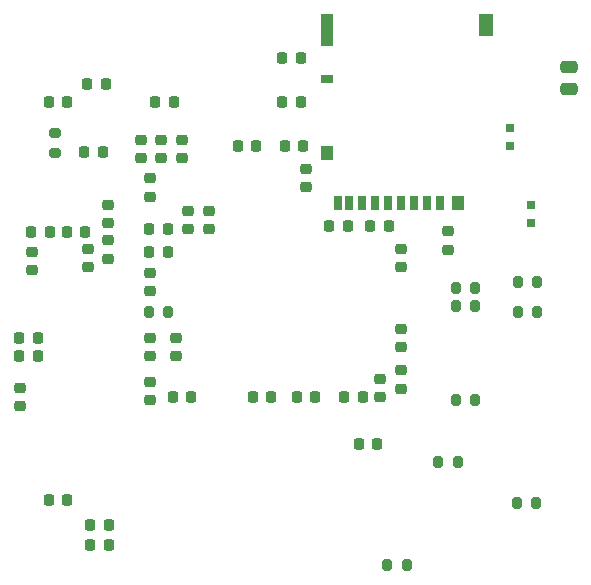
<source format=gbp>
%TF.GenerationSoftware,KiCad,Pcbnew,9.0.1-9.0.1-0~ubuntu24.04.1*%
%TF.CreationDate,2025-06-01T23:52:21-05:00*%
%TF.ProjectId,FC,46432e6b-6963-4616-945f-706362585858,rev?*%
%TF.SameCoordinates,Original*%
%TF.FileFunction,Paste,Bot*%
%TF.FilePolarity,Positive*%
%FSLAX46Y46*%
G04 Gerber Fmt 4.6, Leading zero omitted, Abs format (unit mm)*
G04 Created by KiCad (PCBNEW 9.0.1-9.0.1-0~ubuntu24.04.1) date 2025-06-01 23:52:21*
%MOMM*%
%LPD*%
G01*
G04 APERTURE LIST*
G04 Aperture macros list*
%AMRoundRect*
0 Rectangle with rounded corners*
0 $1 Rounding radius*
0 $2 $3 $4 $5 $6 $7 $8 $9 X,Y pos of 4 corners*
0 Add a 4 corners polygon primitive as box body*
4,1,4,$2,$3,$4,$5,$6,$7,$8,$9,$2,$3,0*
0 Add four circle primitives for the rounded corners*
1,1,$1+$1,$2,$3*
1,1,$1+$1,$4,$5*
1,1,$1+$1,$6,$7*
1,1,$1+$1,$8,$9*
0 Add four rect primitives between the rounded corners*
20,1,$1+$1,$2,$3,$4,$5,0*
20,1,$1+$1,$4,$5,$6,$7,0*
20,1,$1+$1,$6,$7,$8,$9,0*
20,1,$1+$1,$8,$9,$2,$3,0*%
G04 Aperture macros list end*
%ADD10RoundRect,0.225000X-0.225000X-0.250000X0.225000X-0.250000X0.225000X0.250000X-0.225000X0.250000X0*%
%ADD11RoundRect,0.218750X-0.218750X-0.256250X0.218750X-0.256250X0.218750X0.256250X-0.218750X0.256250X0*%
%ADD12RoundRect,0.225000X-0.250000X0.225000X-0.250000X-0.225000X0.250000X-0.225000X0.250000X0.225000X0*%
%ADD13RoundRect,0.225000X0.250000X-0.225000X0.250000X0.225000X-0.250000X0.225000X-0.250000X-0.225000X0*%
%ADD14RoundRect,0.225000X0.225000X0.250000X-0.225000X0.250000X-0.225000X-0.250000X0.225000X-0.250000X0*%
%ADD15R,0.685800X0.711200*%
%ADD16RoundRect,0.200000X-0.200000X-0.275000X0.200000X-0.275000X0.200000X0.275000X-0.200000X0.275000X0*%
%ADD17RoundRect,0.200000X0.200000X0.275000X-0.200000X0.275000X-0.200000X-0.275000X0.200000X-0.275000X0*%
%ADD18R,0.700000X1.200000*%
%ADD19R,1.000000X1.200000*%
%ADD20R,1.000000X2.800000*%
%ADD21R,1.300000X1.900000*%
%ADD22R,1.000000X0.800000*%
%ADD23RoundRect,0.250000X-0.475000X0.250000X-0.475000X-0.250000X0.475000X-0.250000X0.475000X0.250000X0*%
%ADD24RoundRect,0.200000X0.275000X-0.200000X0.275000X0.200000X-0.275000X0.200000X-0.275000X-0.200000X0*%
G04 APERTURE END LIST*
D10*
%TO.C,C49*%
X154450000Y-58000000D03*
X156000000Y-58000000D03*
%TD*%
%TO.C,C47*%
X157725000Y-56500000D03*
X159275000Y-56500000D03*
%TD*%
%TO.C,C18*%
X181700000Y-68500000D03*
X183250000Y-68500000D03*
%TD*%
%TO.C,C3*%
X157975000Y-93800000D03*
X159525000Y-93800000D03*
%TD*%
D11*
%TO.C,L1*%
X162962500Y-68750000D03*
X164537500Y-68750000D03*
%TD*%
D12*
%TO.C,C21*%
X184250000Y-80725000D03*
X184250000Y-82275000D03*
%TD*%
%TO.C,C44*%
X168000000Y-67225000D03*
X168000000Y-68775000D03*
%TD*%
D10*
%TO.C,C23*%
X175475000Y-83000000D03*
X177025000Y-83000000D03*
%TD*%
D13*
%TO.C,C46*%
X162250000Y-62775000D03*
X162250000Y-61225000D03*
%TD*%
D14*
%TO.C,C32*%
X179775000Y-68500000D03*
X178225000Y-68500000D03*
%TD*%
D10*
%TO.C,C2*%
X157975000Y-95550000D03*
X159525000Y-95550000D03*
%TD*%
D14*
%TO.C,C40*%
X181025000Y-83000000D03*
X179475000Y-83000000D03*
%TD*%
D13*
%TO.C,C26*%
X163000000Y-83275000D03*
X163000000Y-81725000D03*
%TD*%
D12*
%TO.C,C27*%
X163000000Y-72475000D03*
X163000000Y-74025000D03*
%TD*%
D15*
%TO.C,U7*%
X195250000Y-66751400D03*
X195250000Y-68250000D03*
%TD*%
D10*
%TO.C,C24*%
X171725000Y-83000000D03*
X173275000Y-83000000D03*
%TD*%
D13*
%TO.C,C14*%
X165750000Y-62775000D03*
X165750000Y-61225000D03*
%TD*%
%TO.C,C7*%
X157750000Y-72000000D03*
X157750000Y-70450000D03*
%TD*%
D16*
%TO.C,R2*%
X188925000Y-75250000D03*
X190575000Y-75250000D03*
%TD*%
D13*
%TO.C,C19*%
X184250000Y-72000000D03*
X184250000Y-70450000D03*
%TD*%
D12*
%TO.C,C37*%
X165250000Y-77975000D03*
X165250000Y-79525000D03*
%TD*%
%TO.C,C45*%
X166250000Y-67225000D03*
X166250000Y-68775000D03*
%TD*%
D17*
%TO.C,R7*%
X164575000Y-75750000D03*
X162925000Y-75750000D03*
%TD*%
%TO.C,R4*%
X195825000Y-75760000D03*
X194175000Y-75760000D03*
%TD*%
D14*
%TO.C,C15*%
X172025000Y-61750000D03*
X170475000Y-61750000D03*
%TD*%
D16*
%TO.C,R6*%
X187425000Y-88500000D03*
X189075000Y-88500000D03*
%TD*%
D17*
%TO.C,R5*%
X184750000Y-97250000D03*
X183100000Y-97250000D03*
%TD*%
D10*
%TO.C,C17*%
X174225000Y-54250000D03*
X175775000Y-54250000D03*
%TD*%
%TO.C,C42*%
X163475000Y-58000000D03*
X165025000Y-58000000D03*
%TD*%
D12*
%TO.C,C38*%
X163000000Y-77975000D03*
X163000000Y-79525000D03*
%TD*%
D14*
%TO.C,C43*%
X164525000Y-70750000D03*
X162975000Y-70750000D03*
%TD*%
%TO.C,C9*%
X153525000Y-78000000D03*
X151975000Y-78000000D03*
%TD*%
D18*
%TO.C,J2*%
X187600000Y-66600000D03*
X186500000Y-66600000D03*
X185400000Y-66600000D03*
X184300000Y-66600000D03*
X183200000Y-66600000D03*
X182100000Y-66600000D03*
X181000000Y-66600000D03*
X179900000Y-66600000D03*
D19*
X178000000Y-62300000D03*
D20*
X178000000Y-51950000D03*
D21*
X191500000Y-51500000D03*
D19*
X189150000Y-66600000D03*
D22*
X178000000Y-56100000D03*
D18*
X178950000Y-66600000D03*
%TD*%
D10*
%TO.C,C25*%
X164975000Y-83000000D03*
X166525000Y-83000000D03*
%TD*%
%TO.C,C13*%
X157475000Y-62250000D03*
X159025000Y-62250000D03*
%TD*%
D13*
%TO.C,C39*%
X188250000Y-70525000D03*
X188250000Y-68975000D03*
%TD*%
D16*
%TO.C,R9*%
X194100000Y-92000000D03*
X195750000Y-92000000D03*
%TD*%
D12*
%TO.C,C34*%
X176250000Y-63700000D03*
X176250000Y-65250000D03*
%TD*%
D10*
%TO.C,C5*%
X152975000Y-69000000D03*
X154525000Y-69000000D03*
%TD*%
D14*
%TO.C,C4*%
X157525000Y-69000000D03*
X155975000Y-69000000D03*
%TD*%
D13*
%TO.C,C35*%
X164000000Y-62775000D03*
X164000000Y-61225000D03*
%TD*%
D10*
%TO.C,C1*%
X154475000Y-91750000D03*
X156025000Y-91750000D03*
%TD*%
%TO.C,C22*%
X180725000Y-87000000D03*
X182275000Y-87000000D03*
%TD*%
D13*
%TO.C,C6*%
X153000000Y-72275000D03*
X153000000Y-70725000D03*
%TD*%
D12*
%TO.C,C20*%
X184250000Y-77225000D03*
X184250000Y-78775000D03*
%TD*%
D13*
%TO.C,C36*%
X159500000Y-71275000D03*
X159500000Y-69725000D03*
%TD*%
D14*
%TO.C,C8*%
X153525000Y-79500000D03*
X151975000Y-79500000D03*
%TD*%
D16*
%TO.C,R10*%
X188925000Y-83250000D03*
X190575000Y-83250000D03*
%TD*%
D15*
%TO.C,U8*%
X193500000Y-61750000D03*
X193500000Y-60251400D03*
%TD*%
D10*
%TO.C,C41*%
X174225000Y-58000000D03*
X175775000Y-58000000D03*
%TD*%
D23*
%TO.C,C48*%
X198500000Y-55050000D03*
X198500000Y-56950000D03*
%TD*%
D14*
%TO.C,C16*%
X176025000Y-61750000D03*
X174475000Y-61750000D03*
%TD*%
D12*
%TO.C,C29*%
X163000000Y-64475000D03*
X163000000Y-66025000D03*
%TD*%
D24*
%TO.C,R8*%
X155000000Y-62325000D03*
X155000000Y-60675000D03*
%TD*%
D12*
%TO.C,C28*%
X159500000Y-66725000D03*
X159500000Y-68275000D03*
%TD*%
D17*
%TO.C,R3*%
X195825000Y-73250000D03*
X194175000Y-73250000D03*
%TD*%
D12*
%TO.C,C33*%
X182500000Y-81475000D03*
X182500000Y-83025000D03*
%TD*%
D16*
%TO.C,R1*%
X188925000Y-73750000D03*
X190575000Y-73750000D03*
%TD*%
D13*
%TO.C,C10*%
X152000000Y-83775000D03*
X152000000Y-82225000D03*
%TD*%
M02*

</source>
